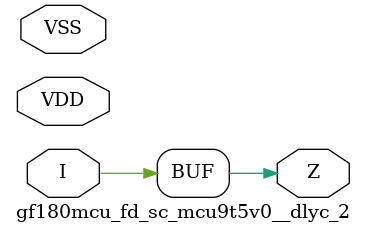
<source format=v>

module gf180mcu_fd_sc_mcu9t5v0__dlyc_2( I, Z, VDD, VSS );
input I;
inout VDD, VSS;
output Z;

	buf MGM_BG_0( Z, I );

endmodule

</source>
